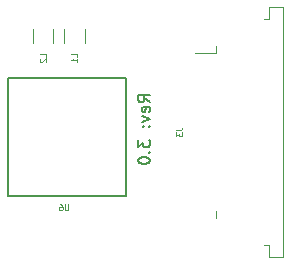
<source format=gbo>
G04 #@! TF.FileFunction,Legend,Bot*
%FSLAX46Y46*%
G04 Gerber Fmt 4.6, Leading zero omitted, Abs format (unit mm)*
G04 Created by KiCad (PCBNEW 4.0.6) date 04/13/18 15:31:21*
%MOMM*%
%LPD*%
G01*
G04 APERTURE LIST*
%ADD10C,0.100000*%
%ADD11C,0.200000*%
%ADD12C,0.120000*%
%ADD13C,0.150000*%
G04 APERTURE END LIST*
D10*
D11*
X162877381Y-89465477D02*
X162401190Y-89132143D01*
X162877381Y-88894048D02*
X161877381Y-88894048D01*
X161877381Y-89275001D01*
X161925000Y-89370239D01*
X161972619Y-89417858D01*
X162067857Y-89465477D01*
X162210714Y-89465477D01*
X162305952Y-89417858D01*
X162353571Y-89370239D01*
X162401190Y-89275001D01*
X162401190Y-88894048D01*
X162829762Y-90275001D02*
X162877381Y-90179763D01*
X162877381Y-89989286D01*
X162829762Y-89894048D01*
X162734524Y-89846429D01*
X162353571Y-89846429D01*
X162258333Y-89894048D01*
X162210714Y-89989286D01*
X162210714Y-90179763D01*
X162258333Y-90275001D01*
X162353571Y-90322620D01*
X162448810Y-90322620D01*
X162544048Y-89846429D01*
X162210714Y-90655953D02*
X162877381Y-90894048D01*
X162210714Y-91132144D01*
X162782143Y-91513096D02*
X162829762Y-91560715D01*
X162877381Y-91513096D01*
X162829762Y-91465477D01*
X162782143Y-91513096D01*
X162877381Y-91513096D01*
X162258333Y-91513096D02*
X162305952Y-91560715D01*
X162353571Y-91513096D01*
X162305952Y-91465477D01*
X162258333Y-91513096D01*
X162353571Y-91513096D01*
X161877381Y-92655953D02*
X161877381Y-93275001D01*
X162258333Y-92941667D01*
X162258333Y-93084525D01*
X162305952Y-93179763D01*
X162353571Y-93227382D01*
X162448810Y-93275001D01*
X162686905Y-93275001D01*
X162782143Y-93227382D01*
X162829762Y-93179763D01*
X162877381Y-93084525D01*
X162877381Y-92798810D01*
X162829762Y-92703572D01*
X162782143Y-92655953D01*
X162782143Y-93703572D02*
X162829762Y-93751191D01*
X162877381Y-93703572D01*
X162829762Y-93655953D01*
X162782143Y-93703572D01*
X162877381Y-93703572D01*
X161877381Y-94370238D02*
X161877381Y-94465477D01*
X161925000Y-94560715D01*
X161972619Y-94608334D01*
X162067857Y-94655953D01*
X162258333Y-94703572D01*
X162496429Y-94703572D01*
X162686905Y-94655953D01*
X162782143Y-94608334D01*
X162829762Y-94560715D01*
X162877381Y-94465477D01*
X162877381Y-94370238D01*
X162829762Y-94275000D01*
X162782143Y-94227381D01*
X162686905Y-94179762D01*
X162496429Y-94132143D01*
X162258333Y-94132143D01*
X162067857Y-94179762D01*
X161972619Y-94227381D01*
X161925000Y-94275000D01*
X161877381Y-94370238D01*
D12*
X172560000Y-101555000D02*
X172990000Y-101555000D01*
X172990000Y-101555000D02*
X172990000Y-102580000D01*
X172990000Y-102580000D02*
X174120000Y-102580000D01*
X174120000Y-102580000D02*
X174120000Y-81420000D01*
X174120000Y-81420000D02*
X172990000Y-81420000D01*
X172990000Y-81420000D02*
X172990000Y-82445000D01*
X172990000Y-82445000D02*
X172560000Y-82445000D01*
X168480000Y-84710000D02*
X168480000Y-85335000D01*
X168480000Y-85335000D02*
X166680000Y-85335000D01*
X168480000Y-98665000D02*
X168480000Y-99290000D01*
D13*
X160850000Y-87425000D02*
X160850000Y-97425000D01*
X160850000Y-97425000D02*
X150850000Y-97425000D01*
X150850000Y-97425000D02*
X150850000Y-87425000D01*
X150850000Y-87425000D02*
X160850000Y-87425000D01*
D12*
X157355000Y-84500000D02*
X157355000Y-83300000D01*
X155595000Y-83300000D02*
X155595000Y-84500000D01*
X154705000Y-84475000D02*
X154705000Y-83275000D01*
X152945000Y-83275000D02*
X152945000Y-84475000D01*
D10*
X165126190Y-91833334D02*
X165483333Y-91833334D01*
X165554762Y-91809524D01*
X165602381Y-91761905D01*
X165626190Y-91690477D01*
X165626190Y-91642858D01*
X165126190Y-92023810D02*
X165126190Y-92333333D01*
X165316667Y-92166667D01*
X165316667Y-92238095D01*
X165340476Y-92285714D01*
X165364286Y-92309524D01*
X165411905Y-92333333D01*
X165530952Y-92333333D01*
X165578571Y-92309524D01*
X165602381Y-92285714D01*
X165626190Y-92238095D01*
X165626190Y-92095238D01*
X165602381Y-92047619D01*
X165578571Y-92023810D01*
X155980952Y-98126190D02*
X155980952Y-98530952D01*
X155957143Y-98578571D01*
X155933333Y-98602381D01*
X155885714Y-98626190D01*
X155790476Y-98626190D01*
X155742857Y-98602381D01*
X155719048Y-98578571D01*
X155695238Y-98530952D01*
X155695238Y-98126190D01*
X155242857Y-98126190D02*
X155338095Y-98126190D01*
X155385714Y-98150000D01*
X155409523Y-98173810D01*
X155457142Y-98245238D01*
X155480952Y-98340476D01*
X155480952Y-98530952D01*
X155457142Y-98578571D01*
X155433333Y-98602381D01*
X155385714Y-98626190D01*
X155290476Y-98626190D01*
X155242857Y-98602381D01*
X155219047Y-98578571D01*
X155195238Y-98530952D01*
X155195238Y-98411905D01*
X155219047Y-98364286D01*
X155242857Y-98340476D01*
X155290476Y-98316667D01*
X155385714Y-98316667D01*
X155433333Y-98340476D01*
X155457142Y-98364286D01*
X155480952Y-98411905D01*
X156726190Y-85641667D02*
X156726190Y-85403572D01*
X156226190Y-85403572D01*
X156726190Y-86070238D02*
X156726190Y-85784524D01*
X156726190Y-85927381D02*
X156226190Y-85927381D01*
X156297619Y-85879762D01*
X156345238Y-85832143D01*
X156369048Y-85784524D01*
X154051190Y-85641667D02*
X154051190Y-85403572D01*
X153551190Y-85403572D01*
X153598810Y-85784524D02*
X153575000Y-85808334D01*
X153551190Y-85855953D01*
X153551190Y-85975000D01*
X153575000Y-86022619D01*
X153598810Y-86046429D01*
X153646429Y-86070238D01*
X153694048Y-86070238D01*
X153765476Y-86046429D01*
X154051190Y-85760715D01*
X154051190Y-86070238D01*
M02*

</source>
